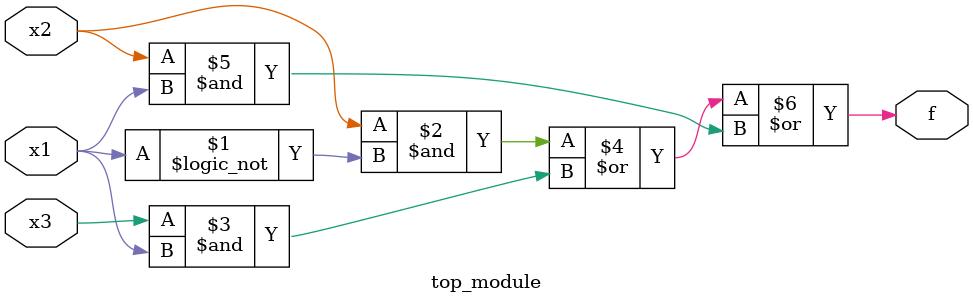
<source format=sv>
module top_module (
    input x3,
    input x2,
    input x1,
    output f
);

assign f = (x2 & !x1) | (x3 & x1) | (x2 & x1);

endmodule

</source>
